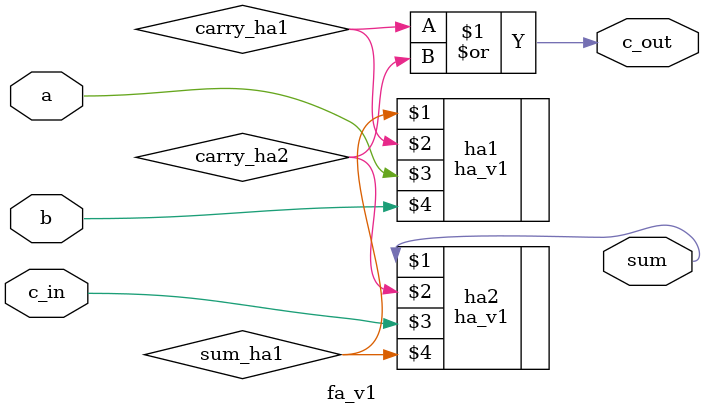
<source format=v>
module fa_v1(output wire sum, output wire c_out, input wire a, input wire b, input wire c_in);
  
  wire carry_ha1;
  wire carry_ha2;
  wire sum_ha1;

  ha_v1 ha1(sum_ha1, carry_ha1, a, b);
  ha_v1 ha2(sum, carry_ha2, c_in, sum_ha1);
  or or1(c_out, carry_ha1, carry_ha2);

endmodule

</source>
